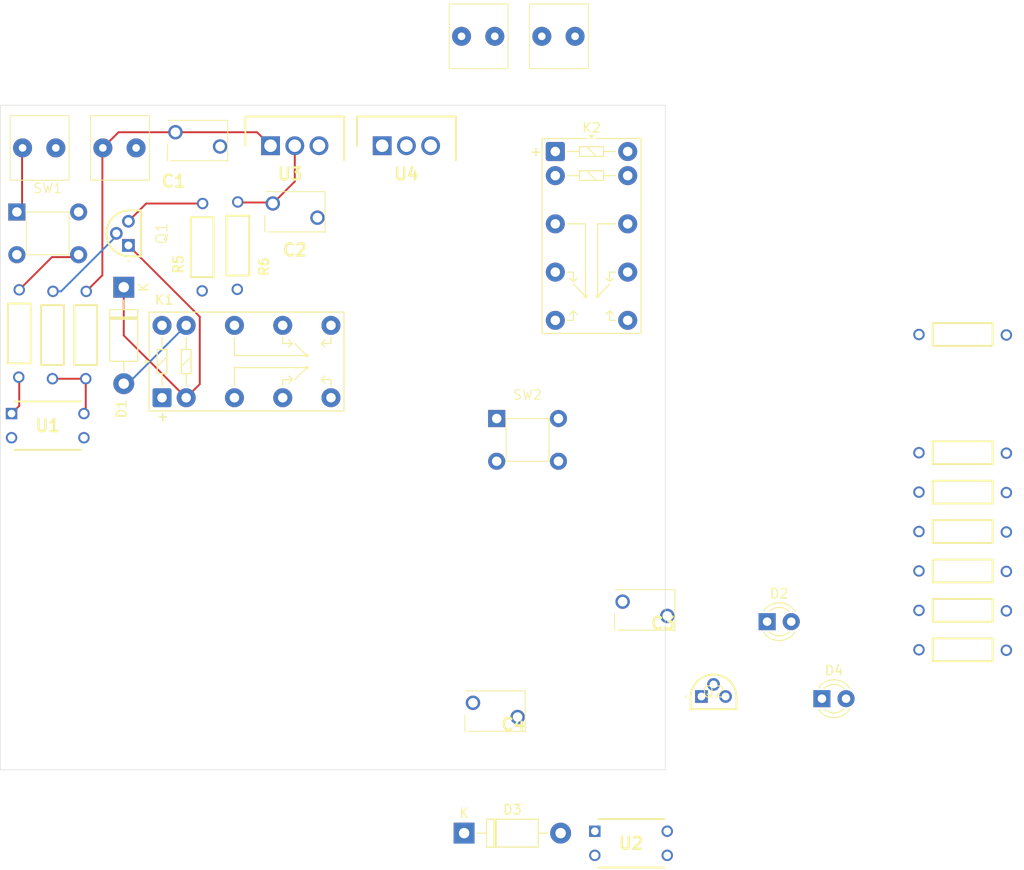
<source format=kicad_pcb>
(kicad_pcb (version 20241229) (generator "pcbnew") (generator_version "9.0")
  (layers (0 "F.Cu" signal) (2 "B.Cu" signal) (13 "F.Paste" user) (15 "B.Paste" user) (5 "F.SilkS" user "F.Silkscreen") (7 "B.SilkS" user "B.Silkscreen") (1 "F.Mask" user) (3 "B.Mask" user) (25 "Edge.Cuts" user))
  (net 0 "")
  (net 1 "Net-(D1-K)")
  (net 2 "GND")
  (net 3 "Net-(D2-K)")
  (net 4 "Net-(D3-K)")
  (net 5 "Net-(D4-K)")
  (net 15 "Net-(R1-Pad1)")
  (net 16 "3.3V")
  (net 17 "Net-(U2-Anode)")
  (net 18 "Net-(U2-Collector)")
  (net 20 "Net-(Q1-B)")
  (net 21 "Net-(R7-Pad1)")
  (net 22 "Net-(Q2-B)")
  (net 23 "Net-(Q2-A)")
  (net 24 "Net-(Q1-A)")
  (net 25 "Net-(U1-Anode)")
  (net 26 "12V")
  (net 27 "Net-(U1-Collector)")
  (net 32 "Net-(C2-Pad1)")
  (net 33 "Net-(C3-Pad1)")
  (net 34 "Net-(D1-A)")
  (net 35 "Net-(D3-A)")
  (net 36 "Net-(J3-Pad2)")
  (net 37 "Net-(J4-Pad2)")
  (footprint "My_lib2:R" (layer "F.Cu") (at 119.05 83.0075 90)
    (property "Reference" "R3" (hide yes))
    (property "Value" "~" (hide yes))
    (fp_line (start 11.95 -1.25) (end 11.95 1.15) (stroke (width 0.2)) (layer "F.SilkS"))
    (fp_line (start 5.65 -1.25) (end 11.95 -1.25) (stroke (width 0.2)) (layer "F.SilkS"))
    (fp_line (start 11.95 1.15) (end 5.65 1.15) (stroke (width 0.2)) (layer "F.SilkS"))
    (fp_line (start 5.65 1.15) (end 5.65 -1.25) (stroke (width 0.2)) (layer "F.SilkS"))
    (pad "1" thru_hole circle (at 4.2 -0.05 90) (size 1.2 1.2) (drill 0.8) (layers "*.Cu" "*.Mask") (net 27 "Net-(U1-Collector)"))
    (pad "2" thru_hole circle (at 13.4 0 90) (size 1.2 1.2) (drill 0.8) (layers "*.Cu" "*.Mask") (net 26 "12V"))
  )
  (footprint "My_lib2:R" (layer "F.Cu") (at 202.4925 90.8)
    (property "Reference" "R8" (hide yes))
    (property "Value" "~" (hide yes))
    (fp_line (start 5.65 -1.25) (end 11.95 -1.25) (stroke (width 0.2)) (layer "F.SilkS"))
    (fp_line (start 5.65 1.15) (end 5.65 -1.25) (stroke (width 0.2)) (layer "F.SilkS"))
    (fp_line (start 11.95 -1.25) (end 11.95 1.15) (stroke (width 0.2)) (layer "F.SilkS"))
    (fp_line (start 11.95 1.15) (end 5.65 1.15) (stroke (width 0.2)) (layer "F.SilkS"))
    (pad "1" thru_hole circle (at 4.2 -0.05) (size 1.2 1.2) (drill 0.8) (layers "*.Cu" "*.Mask") (net 18 "Net-(U2-Collector)"))
    (pad "2" thru_hole circle (at 13.4 0) (size 1.2 1.2) (drill 0.8) (layers "*.Cu" "*.Mask") (net 26 "12V"))
  )
  (footprint "My_lib2:TB-09A" (layer "F.Cu") (at 168.7 42.75)
    (property "Reference" "J4" (hide yes))
    (property "Value" "~")
    (fp_rect (start -3 -3.4) (end 3.2 3.4) (stroke (width 0.1)) (fill no) (layer "F.SilkS"))
    (pad "1" thru_hole circle (at -1.7 0) (size 2 2) (drill 0.8) (layers "*.Cu" "*.Mask") (net 2 "GND"))
    (pad "2" thru_hole circle (at 1.8 0) (size 2 2) (drill 0.8) (layers "*.Cu" "*.Mask") (net 37 "Net-(J4-Pad2)"))
  )
  (footprint "My_lib2:R" (layer "F.Cu") (at 202.4925 86.65)
    (property "Reference" "R7" (hide yes))
    (property "Value" "~" (hide yes))
    (fp_line (start 5.65 -1.25) (end 11.95 -1.25) (stroke (width 0.2)) (layer "F.SilkS"))
    (fp_line (start 5.65 1.15) (end 5.65 -1.25) (stroke (width 0.2)) (layer "F.SilkS"))
    (fp_line (start 11.95 -1.25) (end 11.95 1.15) (stroke (width 0.2)) (layer "F.SilkS"))
    (fp_line (start 11.95 1.15) (end 5.65 1.15) (stroke (width 0.2)) (layer "F.SilkS"))
    (pad "1" thru_hole circle (at 4.2 -0.05) (size 1.2 1.2) (drill 0.8) (layers "*.Cu" "*.Mask") (net 21 "Net-(R7-Pad1)"))
    (pad "2" thru_hole circle (at 13.4 0) (size 1.2 1.2) (drill 0.8) (layers "*.Cu" "*.Mask") (net 17 "Net-(U2-Anode)"))
  )
  (footprint "My_lib2:TO-220 - L7805ACV" (layer "F.Cu") (at 138.45 54.27)
    (property "Reference" "U3" (at 2.05 2.98 180) (layer "F.SilkS") (effects (font (size 1.27 1.27) (thickness 0.254))))
    (property "Value" "~" (hide yes))
    (fp_line (start -2.65 -3.07) (end -2.65 0) (stroke (width 0.2)) (layer "F.SilkS"))
    (fp_line (start 7.75 -3.07) (end -2.65 -3.07) (stroke (width 0.2)) (layer "F.SilkS"))
    (fp_line (start 7.75 1.53) (end 7.75 -3.07) (stroke (width 0.2)) (layer "F.SilkS"))
    (pad "1" thru_hole rect (at 0 0) (size 1.98 1.98) (drill 1.32) (layers "*.Cu" "*.Mask") (net 26 "12V"))
    (pad "2" thru_hole circle (at 2.55 0) (size 1.98 1.98) (drill 1.32) (layers "*.Cu" "*.Mask") (net 32 "Net-(C2-Pad1)"))
    (pad "3" thru_hole circle (at 5.1 0) (size 1.98 1.98) (drill 1.32) (layers "*.Cu" "*.Mask") (net 2 "GND"))
  )
  (footprint "Relay_THT:Relay_DPDT_Omron_G6AK" (layer "F.Cu") (at 168.42 54.88)
    (property "Reference" "K2" (at 3.81 -2.5 0) (layer "F.SilkS"))
    (property "Value" "HONGFA_HFD2-0xx-x-L2-x")
    (fp_line (start -1.4 -1.37) (end -1.4 19.15) (stroke (width 0.12)) (layer "F.SilkS"))
    (fp_line (start -1.4 19.15) (end 9.02 19.15) (stroke (width 0.12)) (layer "F.SilkS"))
    (fp_line (start 1.27 0) (end 2.54 0) (stroke (width 0.12)) (layer "F.SilkS"))
    (fp_line (start 1.27 2.54) (end 2.54 2.54) (stroke (width 0.12)) (layer "F.SilkS"))
    (fp_line (start 1.27 7.62) (end 3.175 7.62) (stroke (width 0.12)) (layer "F.SilkS"))
    (fp_line (start 1.27 12.7) (end 1.905 12.7) (stroke (width 0.12)) (layer "F.SilkS"))
    (fp_line (start 1.27 17.78) (end 1.905 17.78) (stroke (width 0.12)) (layer "F.SilkS"))
    (fp_line (start 1.905 12.7) (end 1.905 13.716) (stroke (width 0.12)) (layer "F.SilkS"))
    (fp_line (start 1.905 13.716) (end 1.524 13.335) (stroke (width 0.12)) (layer "F.SilkS"))
    (fp_line (start 1.905 13.716) (end 2.286 13.335) (stroke (width 0.12)) (layer "F.SilkS"))
    (fp_line (start 1.905 16.764) (end 1.524 17.145) (stroke (width 0.12)) (layer "F.SilkS"))
    (fp_line (start 1.905 16.764) (end 1.905 17.78) (stroke (width 0.12)) (layer "F.SilkS"))
    (fp_line (start 1.905 16.764) (end 2.286 17.145) (stroke (width 0.12)) (layer "F.SilkS"))
    (fp_line (start 2.54 -0.51) (end 5.08 -0.51) (stroke (width 0.12)) (layer "F.SilkS"))
    (fp_line (start 2.54 0) (end 2.54 -0.51) (stroke (width 0.12)) (layer "F.SilkS"))
    (fp_line (start 2.54 0.51) (end 2.54 0) (stroke (width 0.12)) (layer "F.SilkS"))
    (fp_line (start 2.54 2.03) (end 5.08 2.03) (stroke (width 0.12)) (layer "F.SilkS"))
    (fp_line (start 2.54 2.54) (end 2.54 2.03) (stroke (width 0.12)) (layer "F.SilkS"))
    (fp_line (start 2.54 3.05) (end 2.54 2.54) (stroke (width 0.12)) (layer "F.SilkS"))
    (fp_line (start 3.175 7.62) (end 3.175 15.24) (stroke (width 0.12)) (layer "F.SilkS"))
    (fp_line (start 3.175 15.24) (end 1.905 13.97) (stroke (width 0.12)) (layer "F.SilkS"))
    (fp_line (start 3.302 -1.37) (end -1.4 -1.37) (stroke (width 0.12)) (layer "F.SilkS"))
    (fp_line (start 3.304 -0.51) (end 4.314 0.51) (stroke (width 0.12)) (layer "F.SilkS"))
    (fp_line (start 3.304 2.03) (end 4.314 3.05) (stroke (width 0.12)) (layer "F.SilkS"))
    (fp_line (start 4.445 7.62) (end 4.445 15.24) (stroke (width 0.12)) (layer "F.SilkS"))
    (fp_line (start 4.445 15.24) (end 5.715 13.97) (stroke (width 0.12)) (layer "F.SilkS"))
    (fp_line (start 5.08 -0.51) (end 5.08 0) (stroke (width 0.12)) (layer "F.SilkS"))
    (fp_line (start 5.08 0) (end 5.08 0.51) (stroke (width 0.12)) (layer "F.SilkS"))
    (fp_line (start 5.08 0) (end 6.35 0) (stroke (width 0.12)) (layer "F.SilkS"))
    (fp_line (start 5.08 0.51) (end 2.54 0.51) (stroke (width 0.12)) (layer "F.SilkS"))
    (fp_line (start 5.08 2.03) (end 5.08 2.54) (stroke (width 0.12)) (layer "F.SilkS"))
    (fp_line (start 5.08 2.54) (end 5.08 3.05) (stroke (width 0.12)) (layer "F.SilkS"))
    (fp_line (start 5.08 2.54) (end 6.35 2.54) (stroke (width 0.12)) (layer "F.SilkS"))
    (fp_line (start 5.08 3.05) (end 2.54 3.05) (stroke (width 0.12)) (layer "F.SilkS"))
    (fp_line (start 5.715 12.7) (end 5.715 13.716) (stroke (width 0.12)) (layer "F.SilkS"))
    (fp_line (start 5.715 13.716) (end 5.334 13.335) (stroke (width 0.12)) (layer "F.SilkS"))
    (fp_line (start 5.715 13.716) (end 6.096 13.335) (stroke (width 0.12)) (layer "F.SilkS"))
    (fp_line (start 5.715 16.764) (end 5.334 17.145) (stroke (width 0.12)) (layer "F.SilkS"))
    (fp_line (start 5.715 16.764) (end 5.715 17.78) (stroke (width 0.12)) (layer "F.SilkS"))
    (fp_line (start 5.715 16.764) (end 6.096 17.145) (stroke (width 0.12)) (layer "F.SilkS"))
    (fp_line (start 6.35 7.62) (end 4.445 7.62) (stroke (width 0.12)) (layer "F.SilkS"))
    (fp_line (start 6.35 12.7) (end 5.715 12.7) (stroke (width 0.12)) (layer "F.SilkS"))
    (fp_line (start 6.35 17.78) (end 5.715 17.78) (stroke (width 0.12)) (layer "F.SilkS"))
    (fp_line (start 9.02 -1.37) (end 4.318 -1.37) (stroke (width 0.12)) (layer "F.SilkS"))
    (fp_line (start 9.02 19.15) (end 9.02 -1.37) (stroke (width 0.12)) (layer "F.SilkS"))
    (fp_circle (center 3.175 15.24) (end 3.305 15.24) (stroke (width 0.15)) (fill no) (layer "F.SilkS"))
    (fp_circle (center 4.445 15.24) (end 4.575 15.24) (stroke (width 0.15)) (fill no) (layer "F.SilkS"))
    (fp_poly (pts (xy 3.81 -1.37) (xy 3.61 -1.709411) (xy 4.01 -1.709411) (xy 3.81 -1.37)) (stroke (width 0.12)) (fill yes) (layer "F.SilkS"))
    (fp_text user "+" (at -2.032 0 0) (layer "F.SilkS"))
    (pad "11" thru_hole circle (at 0 7.62) (size 2 2) (drill 1) (layers "*.Cu" "*.Mask") (net 26 "12V"))
    (pad "12" thru_hole circle (at 0 12.7) (size 2 2) (drill 1) (layers "*.Cu" "*.Mask"))
    (pad "14" thru_hole circle (at 0 17.78) (size 2 2) (drill 1) (layers "*.Cu" "*.Mask") (net 37 "Net-(J4-Pad2)"))
    (pad "21" thru_hole circle (at 7.62 7.62) (size 2 2) (drill 1) (layers "*.Cu" "*.Mask"))
    (pad "22" thru_hole circle (at 7.62 12.7) (size 2 2) (drill 1) (layers "*.Cu" "*.Mask"))
    (pad "24" thru_hole circle (at 7.62 17.78) (size 2 2) (drill 1) (layers "*.Cu" "*.Mask"))
    (pad "A1" thru_hole roundrect (at 0 0) (size 2 2) (drill 1) (layers "*.Cu" "*.Mask") (roundrect_rratio 0.125))
    (pad "A2" thru_hole circle (at 7.62 0) (size 2 2) (drill 1) (layers "*.Cu" "*.Mask"))
    (pad "B1" thru_hole circle (at 0 2.54) (size 2 2) (drill 1) (layers "*.Cu" "*.Mask") (net 4 "Net-(D3-K)"))
    (pad "B2" thru_hole circle (at 7.62 2.54) (size 2 2) (drill 1) (layers "*.Cu" "*.Mask") (net 35 "Net-(D3-A)"))
  )
  (footprint "My_lib2:TB-09A" (layer "F.Cu") (at 114.05 54.5)
    (property "Reference" "J1" (hide yes))
    (property "Value" "~")
    (fp_rect (start -3 -3.4) (end 3.2 3.4) (stroke (width 0.1)) (fill no) (layer "F.SilkS"))
    (pad "1" thru_hole circle (at -1.7 0) (size 2 2) (drill 0.8) (layers "*.Cu" "*.Mask") (net 16 "3.3V"))
    (pad "2" thru_hole circle (at 1.8 0) (size 2 2) (drill 0.8) (layers "*.Cu" "*.Mask") (net 2 "GND"))
  )
  (footprint "My_lib2:R" (layer "F.Cu") (at 111.95 65.2425 -90)
    (property "Reference" "R1" (hide yes))
    (property "Value" "~" (hide yes))
    (fp_line (start 5.65 1.15) (end 5.65 -1.25) (stroke (width 0.2)) (layer "F.SilkS"))
    (fp_line (start 11.95 1.15) (end 5.65 1.15) (stroke (width 0.2)) (layer "F.SilkS"))
    (fp_line (start 5.65 -1.25) (end 11.95 -1.25) (stroke (width 0.2)) (layer "F.SilkS"))
    (fp_line (start 11.95 -1.25) (end 11.95 1.15) (stroke (width 0.2)) (layer "F.SilkS"))
    (pad "1" thru_hole circle (at 4.2 -0.05 270) (size 1.2 1.2) (drill 0.8) (layers "*.Cu" "*.Mask") (net 15 "Net-(R1-Pad1)"))
    (pad "2" thru_hole circle (at 13.4 0 270) (size 1.2 1.2) (drill 0.8) (layers "*.Cu" "*.Mask") (net 25 "Net-(U1-Anode)"))
  )
  (footprint "LED_THT:LED_D3.0mm_IRBlack" (layer "F.Cu") (at 190.71 104.39)
    (property "Reference" "D2" (at 1.27 -2.96 0) (layer "F.SilkS"))
    (property "Value" "IR204A")
    (fp_line (start -0.29 -1.236) (end -0.29 -1.08) (stroke (width 0.12)) (layer "F.SilkS"))
    (fp_line (start -0.29 1.08) (end -0.29 1.236) (stroke (width 0.12)) (layer "F.SilkS"))
    (fp_arc (start -0.29 -1.235516) (mid 1.365624 -1.987701) (end 2.941397 -1.080061) (stroke (width 0.12)) (layer "F.SilkS"))
    (fp_arc (start 0.229039 -1.08) (mid 1.269964 -1.5) (end 2.31091 -1.080049) (stroke (width 0.12)) (layer "F.SilkS"))
    (fp_arc (start 2.31091 1.080049) (mid 1.269964 1.5) (end 0.229039 1.08) (stroke (width 0.12)) (layer "F.SilkS"))
    (fp_arc (start 2.941397 1.080061) (mid 1.365624 1.987701) (end -0.29 1.235516) (stroke (width 0.12)) (layer "F.SilkS"))
    (pad "1" thru_hole rect (at 0 0) (size 1.8 1.8) (drill 0.9) (layers "*.Cu" "*.Mask") (net 3 "Net-(D2-K)"))
    (pad "2" thru_hole circle (at 2.54 0) (size 1.8 1.8) (drill 0.9) (layers "*.Cu" "*.Mask") (net 2 "GND"))
  )
  (footprint "My_lib2:DIP762W60P254L460H450Q4N" (layer "F.Cu") (at 176.39 127.73)
    (property "Reference" "U2" (at 0 0 0) (layer "F.SilkS") (effects (font (size 1.27 1.27) (thickness 0.254))))
    (property "Value" "~" (hide yes))
    (fp_line (start -3.5 2.55) (end 3.5 2.55) (stroke (width 0.2)) (layer "F.SilkS"))
    (fp_line (start -3.45 -2.55) (end 3.5 -2.55) (stroke (width 0.2)) (layer "F.SilkS"))
    (pad "1" thru_hole rect (at -3.81 -1.27) (size 1.2 1.2) (drill 0.8) (layers "*.Cu" "*.Mask") (net 17 "Net-(U2-Anode)"))
    (pad "2" thru_hole circle (at -3.81 1.27) (size 1.2 1.2) (drill 0.8) (layers "*.Cu" "*.Mask") (net 2 "GND"))
    (pad "3" thru_hole circle (at 3.81 1.27) (size 1.2 1.2) (drill 0.8) (layers "*.Cu" "*.Mask") (net 2 "GND"))
    (pad "4" thru_hole circle (at 3.81 -1.27) (size 1.2 1.2) (drill 0.8) (layers "*.Cu" "*.Mask") (net 18 "Net-(U2-Collector)"))
  )
  (footprint "My_lib2:R" (layer "F.Cu") (at 202.4925 99.1)
    (property "Reference" "R10" (hide yes))
    (property "Value" "~" (hide yes))
    (fp_line (start 5.65 -1.25) (end 11.95 -1.25) (stroke (width 0.2)) (layer "F.SilkS"))
    (fp_line (start 5.65 1.15) (end 5.65 -1.25) (stroke (width 0.2)) (layer "F.SilkS"))
    (fp_line (start 11.95 -1.25) (end 11.95 1.15) (stroke (width 0.2)) (layer "F.SilkS"))
    (fp_line (start 11.95 1.15) (end 5.65 1.15) (stroke (width 0.2)) (layer "F.SilkS"))
    (pad "1" thru_hole circle (at 4.2 -0.05) (size 1.2 1.2) (drill 0.8) (layers "*.Cu" "*.Mask") (net 33 "Net-(C3-Pad1)"))
    (pad "2" thru_hole circle (at 13.4 0) (size 1.2 1.2) (drill 0.8) (layers "*.Cu" "*.Mask") (net 23 "Net-(Q2-A)"))
  )
  (footprint "My_lib2:DIP762W60P254L460H450Q4N" (layer "F.Cu") (at 115 83.75)
    (property "Reference" "U1" (at 0 0 0) (layer "F.SilkS") (effects (font (size 1.27 1.27) (thickness 0.254))))
    (property "Value" "~" (hide yes))
    (fp_line (start -3.5 2.55) (end 3.5 2.55) (stroke (width 0.2)) (layer "F.SilkS"))
    (fp_line (start -3.45 -2.55) (end 3.5 -2.55) (stroke (width 0.2)) (layer "F.SilkS"))
    (pad "1" thru_hole rect (at -3.81 -1.27) (size 1.2 1.2) (drill 0.8) (layers "*.Cu" "*.Mask") (net 25 "Net-(U1-Anode)"))
    (pad "2" thru_hole circle (at -3.81 1.27) (size 1.2 1.2) (drill 0.8) (layers "*.Cu" "*.Mask") (net 2 "GND"))
    (pad "3" thru_hole circle (at 3.81 1.27) (size 1.2 1.2) (drill 0.8) (layers "*.Cu" "*.Mask") (net 2 "GND"))
    (pad "4" thru_hole circle (at 3.81 -1.27) (size 1.2 1.2) (drill 0.8) (layers "*.Cu" "*.Mask") (net 27 "Net-(U1-Collector)"))
  )
  (footprint "My_lib2:TB-09A" (layer "F.Cu") (at 122.5 54.5)
    (property "Reference" "J2" (hide yes))
    (property "Value" "~")
    (fp_rect (start -3 -3.4) (end 3.2 3.4) (stroke (width 0.1)) (fill no) (layer "F.SilkS"))
    (pad "1" thru_hole circle (at -1.7 0) (size 2 2) (drill 0.8) (layers "*.Cu" "*.Mask") (net 26 "12V"))
    (pad "2" thru_hole circle (at 1.8 0) (size 2 2) (drill 0.8) (layers "*.Cu" "*.Mask") (net 2 "GND"))
  )
  (footprint "My_lib2:564R60GAD10" (layer "F.Cu") (at 175.003 102.285)
    (property "Reference" "C3" (at 4.75 2.275 0) (layer "F.SilkS") (effects (font (size 1.27 1.27) (thickness 0.254))))
    (property "Value" "0.1uF" (hide yes))
    (fp_line (start -0.35 1.3) (end -0.35 3) (stroke (width 0.1)) (layer "F.SilkS"))
    (fp_line (start -0.25 -1.25) (end 6 -1.25) (stroke (width 0.1)) (layer "F.SilkS"))
    (fp_line (start 0 3) (end 6 3) (stroke (width 0.1)) (layer "F.SilkS"))
    (fp_line (start 6 -1.25) (end 6 3.1) (stroke (width 0.1)) (layer "F.SilkS"))
    (pad "1" thru_hole circle (at 0.5 0) (size 1.515 1.515) (drill 1.01) (layers "*.Cu" "*.Mask") (net 33 "Net-(C3-Pad1)"))
    (pad "2" thru_hole circle (at 5.2 1.5) (size 1.515 1.515) (drill 1.01) (layers "*.Cu" "*.Mask") (net 2 "GND"))
  )
  (footprint "Relay_THT:Relay_DPDT_Omron_G6AK" (layer "F.Cu") (at 127.029706 80.81 90)
    (property "Reference" "K1" (at 10.31 0.220294 180) (layer "F.SilkS"))
    (property "Value" "HONGFA_HFD2-0xx-x-L2-x")
    (fp_line (start 9.02 -1.37) (end 4.318 -1.37) (stroke (width 0.12)) (layer "F.SilkS"))
    (fp_line (start 3.302 -1.37) (end -1.4 -1.37) (stroke (width 0.12)) (layer "F.SilkS"))
    (fp_line (start -1.4 -1.37) (end -1.4 19.15) (stroke (width 0.12)) (layer "F.SilkS"))
    (fp_line (start 5.08 -0.51) (end 5.08 0) (stroke (width 0.12)) (layer "F.SilkS"))
    (fp_line (start 3.304 -0.51) (end 4.314 0.51) (stroke (width 0.12)) (layer "F.SilkS"))
    (fp_line (start 2.54 -0.51) (end 5.08 -0.51) (stroke (width 0.12)) (layer "F.SilkS"))
    (fp_line (start 5.08 0) (end 6.35 0) (stroke (width 0.12)) (layer "F.SilkS"))
    (fp_line (start 5.08 0) (end 5.08 0.51) (stroke (width 0.12)) (layer "F.SilkS"))
    (fp_line (start 2.54 0) (end 2.54 -0.51) (stroke (width 0.12)) (layer "F.SilkS"))
    (fp_line (start 1.27 0) (end 2.54 0) (stroke (width 0.12)) (layer "F.SilkS"))
    (fp_line (start 5.08 0.51) (end 2.54 0.51) (stroke (width 0.12)) (layer "F.SilkS"))
    (fp_line (start 2.54 0.51) (end 2.54 0) (stroke (width 0.12)) (layer "F.SilkS"))
    (fp_line (start 5.08 2.03) (end 5.08 2.54) (stroke (width 0.12)) (layer "F.SilkS"))
    (fp_line (start 3.304 2.03) (end 4.314 3.05) (stroke (width 0.12)) (layer "F.SilkS"))
    (fp_line (start 2.54 2.03) (end 5.08 2.03) (stroke (width 0.12)) (layer "F.SilkS"))
    (fp_line (start 5.08 2.54) (end 6.35 2.54) (stroke (width 0.12)) (layer "F.SilkS"))
    (fp_line (start 5.08 2.54) (end 5.08 3.05) (stroke (width 0.12)) (layer "F.SilkS"))
    (fp_line (start 2.54 2.54) (end 2.54 2.03) (stroke (width 0.12)) (layer "F.SilkS"))
    (fp_line (start 1.27 2.54) (end 2.54 2.54) (stroke (width 0.12)) (layer "F.SilkS"))
    (fp_line (start 5.08 3.05) (end 2.54 3.05) (stroke (width 0.12)) (layer "F.SilkS"))
    (fp_line (start 2.54 3.05) (end 2.54 2.54) (stroke (width 0.12)) (layer "F.SilkS"))
    (fp_line (start 6.35 7.62) (end 4.445 7.62) (stroke (width 0.12)) (layer "F.SilkS"))
    (fp_line (start 4.445 7.62) (end 4.445 15.24) (stroke (width 0.12)) (layer "F.SilkS"))
    (fp_line (start 3.175 7.62) (end 3.175 15.24) (stroke (width 0.12)) (layer "F.SilkS"))
    (fp_line (start 1.27 7.62) (end 3.175 7.62) (stroke (width 0.12)) (layer "F.SilkS"))
    (fp_line (start 6.35 12.7) (end 5.715 12.7) (stroke (width 0.12)) (layer "F.SilkS"))
    (fp_line (start 5.715 12.7) (end 5.715 13.716) (stroke (width 0.12)) (layer "F.SilkS"))
    (fp_line (start 1.905 12.7) (end 1.905 13.716) (stroke (width 0.12)) (layer "F.SilkS"))
    (fp_line (start 1.27 12.7) (end 1.905 12.7) (stroke (width 0.12)) (layer "F.SilkS"))
    (fp_line (start 5.715 13.716) (end 6.096 13.335) (stroke (width 0.12)) (layer "F.SilkS"))
    (fp_line (start 5.715 13.716) (end 5.334 13.335) (stroke (width 0.12)) (layer "F.SilkS"))
    (fp_line (start 1.905 13.716) (end 2.286 13.335) (stroke (width 0.12)) (layer "F.SilkS"))
    (fp_line (start 1.905 13.716) (end 1.524 13.335) (stroke (width 0.12)) (layer "F.SilkS"))
    (fp_line (start 4.445 15.24) (end 5.715 13.97) (stroke (width 0.12)) (layer "F.SilkS"))
    (fp_line (start 3.175 15.24) (end 1.905 13.97) (stroke (width 0.12)) (layer "F.SilkS"))
    (fp_line (start 5.715 16.764) (end 6.096 17.145) (stroke (width 0.12)) (layer "F.SilkS"))
    (fp_line (start 5.715 16.764) (end 5.334 17.145) (stroke (width 0.12)) (layer "F.SilkS"))
    (fp_line (start 5.715 16.764) (end 5.715 17.78) (stroke (width 0.12)) (layer "F.SilkS"))
    (fp_line (start 1.905 16.764) (end 2.286 17.145) (stroke (width 0.12)) (layer "F.SilkS"))
    (fp_line (start 1.905 16.764) (end 1.524 17.145) (stroke (width 0.12)) (layer "F.SilkS"))
    (fp_line (start 1.905 16.764) (end 1.905 17.78) (stroke (width 0.12)) (layer "F.SilkS"))
    (fp_line (start 6.35 17.78) (end 5.715 17.78) (stroke (width 0.12)) (layer "F.SilkS"))
    (fp_line (start 1.27 17.78) (end 1.905 17.78) (stroke (width 0.12)) (layer "F.SilkS"))
    (fp_line (start 9.02 19.15) (end 9.02 -1.37) (stroke (width 0.12)) (layer "F.SilkS"))
    (fp_line (start -1.4 19.15) (end 9.02 19.15) (stroke (width 0.12)) (layer "F.SilkS"))
    (fp_circle (center 4.445 15.24) (end 4.575 15.24) (stroke (width 0.15)) (fill no) (layer "F.SilkS"))
    (fp_circle (center 3.175 15.24) (end 3.305 15.24) (stroke (width 0.15)) (fill no) (layer "F.SilkS"))
    (fp_poly (pts (xy 3.81 -1.37) (xy 3.61 -1.709411) (xy 4.01 -1.709411) (xy 3.81 -1.37)) (stroke (width 0.12)) (fill yes) (layer "F.SilkS"))
    (fp_text user "+" (at -2.032 0 90) (layer "F.SilkS"))
    (pad "11" thru_hole circle (at 0 7.62 90) (size 2 2) (drill 1) (layers "*.Cu" "*.Mask") (net 26 "12V"))
    (pad "12" thru_hole circle (at 0 12.7 90) (size 2 2) (drill 1) (layers "*.Cu" "*.Mask"))
    (pad "14" thru_hole circle (at 0 17.78 90) (size 2 2) (drill 1) (layers "*.Cu" "*.Mask") (net 36 "Net-(J3-Pad2)"))
    (pad "21" thru_hole circle (at 7.62 7.62 90) (size 2 2) (drill 1) (layers "*.Cu" "*.Mask"))
    (pad "22" thru_hole circle (at 7.62 12.7 90) (size 2 2) (drill 1) (layers "*.Cu" "*.Mask"))
    (pad "24" thru_hole circle (at 7.62 17.78 90) (size 2 2) (drill 1) (layers "*.Cu" "*.Mask"))
    (pad "A1" thru_hole roundrect (at 0 0 90) (size 2 2) (drill 1) (layers "*.Cu" "*.Mask") (roundrect_rratio 0.125))
    (pad "A2" thru_hole circle (at 7.62 0 90) (size 2 2) (drill 1) (layers "*.Cu" "*.Mask"))
    (pad "B1" thru_hole circle (at 0 2.54 90) (size 2 2) (drill 1) (layers "*.Cu" "*.Mask") (net 1 "Net-(D1-K)"))
    (pad "B2" thru_hole circle (at 7.62 2.54 90) (size 2 2) (drill 1) (layers "*.Cu" "*.Mask") (net 34 "Net-(D1-A)"))
  )
  (footprint "My_lib2:R" (layer "F.Cu") (at 131.3 73.7575 90)
    (property "Reference" "R5" (at 7.0075 -2.55 90) (layer "F.SilkS") (effects (font (thickness 0.2) (bold yes))))
    (property "Value" "~" (hide yes))
    (fp_line (start 11.95 -1.25) (end 11.95 1.15) (stroke (width 0.2)) (layer "F.SilkS"))
    (fp_line (start 5.65 -1.25) (end 11.95 -1.25) (stroke (width 0.2)) (layer "F.SilkS"))
    (fp_line (start 11.95 1.15) (end 5.65 1.15) (stroke (width 0.2)) (layer "F.SilkS"))
    (fp_line (start 5.65 1.15) (end 5.65 -1.25) (stroke (width 0.2)) (layer "F.SilkS"))
    (pad "1" thru_hole circle (at 4.2 -0.05 90) (size 1.2 1.2) (drill 0.8) (layers "*.Cu" "*.Mask") (net 32 "Net-(C2-Pad1)"))
    (pad "2" thru_hole circle (at 13.4 0 90) (size 1.2 1.2) (drill 0.8) (layers "*.Cu" "*.Mask") (net 24 "Net-(Q1-A)"))
  )
  (footprint "LED_THT:LED_D3.0mm_IRBlack" (layer "F.Cu") (at 196.48 112.5)
    (property "Reference" "D4" (at 1.27 -2.96 0) (layer "F.SilkS"))
    (property "Value" "IR204A")
    (fp_line (start -0.29 -1.236) (end -0.29 -1.08) (stroke (width 0.12)) (layer "F.SilkS"))
    (fp_line (start -0.29 1.08) (end -0.29 1.236) (stroke (width 0.12)) (layer "F.SilkS"))
    (fp_arc (start -0.29 -1.235516) (mid 1.365624 -1.987701) (end 2.941397 -1.080061) (stroke (width 0.12)) (layer "F.SilkS"))
    (fp_arc (start 0.229039 -1.08) (mid 1.269964 -1.5) (end 2.31091 -1.080049) (stroke (width 0.12)) (layer "F.SilkS"))
    (fp_arc (start 2.31091 1.080049) (mid 1.269964 1.5) (end 0.229039 1.08) (stroke (width 0.12)) (layer "F.SilkS"))
    (fp_arc (start 2.941397 1.080061) (mid 1.365624 1.987701) (end -0.29 1.235516) (stroke (width 0.12)) (layer "F.SilkS"))
    (pad "1" thru_hole rect (at 0 0) (size 1.8 1.8) (drill 0.9) (layers "*.Cu" "*.Mask") (net 5 "Net-(D4-K)"))
    (pad "2" thru_hole circle (at 2.54 0) (size 1.8 1.8) (drill 0.9) (layers "*.Cu" "*.Mask") (net 2 "GND"))
  )
  (footprint "My_lib2:BC32725PBFREE" (layer "F.Cu") (at 123.49 64.77 90)
    (property "Reference" "Q1" (at 1.27 3.51 90) (layer "F.SilkS") (effects (font (size 1.1684 1.1684) (thickness 0.1016))))
    (property "Value" "~")
    (fp_line (start -1.6 0) (end -1.6 0) (stroke (width 0.1)) (layer "F.SilkS"))
    (fp_line (start -1.7 0) (end -1.7 0) (stroke (width 0.1)) (layer "F.SilkS"))
    (fp_line (start 3.685 0.1) (end 3.685 0.1) (stroke (width 0.2)) (layer "F.SilkS"))
    (fp_line (start -1.145 0.1) (end -1.145 1.335) (stroke (width 0.2)) (layer "F.SilkS"))
    (fp_line (start 3.685 1.335) (end 3.685 0.1) (stroke (width 0.2)) (layer "F.SilkS"))
    (fp_line (start 1.27 1.335) (end 3.685 1.335) (stroke (width 0.2)) (layer "F.SilkS"))
    (fp_line (start -1.145 1.335) (end 1.27 1.335) (stroke (width 0.2)) (layer "F.SilkS"))
    (fp_arc (start -1.6 0) (mid -1.65 0.05) (end -1.7 0) (stroke (width 0.1)) (layer "F.SilkS"))
    (fp_arc (start -1.7 0) (mid -1.65 -0.05) (end -1.6 0) (stroke (width 0.1)) (layer "F.SilkS"))
    (fp_arc (start -1.145 0.1) (mid 1.27 -2.315) (end 3.685 0.1) (stroke (width 0.2)) (layer "F.SilkS"))
    (pad "1" thru_hole rect (at 0 0 90) (size 1.333 1.333) (drill 0.82) (layers "*.Cu" "*.Mask") (net 1 "Net-(D1-K)"))
    (pad "2" thru_hole circle (at 1.27 -1.27 90) (size 1.333 1.333) (drill 0.82) (layers "*.Cu" "*.Mask") (net 20 "Net-(Q1-B)"))
    (pad "3" thru_hole circle (at 2.54 0 90) (size 1.333 1.333) (drill 0.82) (layers "*.Cu" "*.Mask") (net 24 "Net-(Q1-A)"))
  )
  (footprint "My_lib2:R" (layer "F.Cu") (at 202.4925 107.4)
    (property "Reference" "R12" (hide yes))
    (property "Value" "~" (hide yes))
    (fp_line (start 5.65 -1.25) (end 11.95 -1.25) (stroke (width 0.2)) (layer "F.SilkS"))
    (fp_line (start 5.65 1.15) (end 5.65 -1.25) (stroke (width 0.2)) (layer "F.SilkS"))
    (fp_line (start 11.95 -1.25) (end 11.95 1.15) (stroke (width 0.2)) (layer "F.SilkS"))
    (fp_line (start 11.95 1.15) (end 5.65 1.15) (stroke (width 0.2)) (layer "F.SilkS"))
    (pad "1" thru_hole circle (at 4.2 -0.05) (size 1.2 1.2) (drill 0.8) (layers "*.Cu" "*.Mask") (net 5 "Net-(D4-K)"))
    (pad "2" thru_hole circle (at 13.4 0) (size 1.2 1.2) (drill 0.8) (layers "*.Cu" "*.Mask") (net 35 "Net-(D3-A)"))
  )
  (footprint "My_lib2:564R60GAD10" (layer "F.Cu") (at 127.9375 52.85)
    (property "Reference" "C1" (at 0.3125 5.15 0) (layer "F.SilkS") (effects (font (size 1.27 1.27) (thickness 0.254))))
    (property "Value" "0.33uF" (hide yes))
    (fp_line (start -0.35 1.3) (end -0.35 3) (stroke (width 0.1)) (layer "F.SilkS"))
    (fp_line (start -0.25 -1.25) (end 6 -1.25) (stroke (width 0.1)) (layer "F.SilkS"))
    (fp_line (start 0 3) (end 6 3) (stroke (width 0.1)) (layer "F.SilkS"))
    (fp_line (start 6 -1.25) (end 6 3.1) (stroke (width 0.1)) (layer "F.SilkS"))
    (pad "1" thru_hole circle (at 0.5 0) (size 1.515 1.515) (drill 1.01) (layers "*.Cu" "*.Mask") (net 26 "12V"))
    (pad "2" thru_hole circle (at 5.2 1.5) (size 1.515 1.515) (drill 1.01) (layers "*.Cu" "*.Mask") (net 2 "GND"))
  )
  (footprint "My_lib2:0650HIM-130G-G" (layer "F.Cu") (at 165.5 85.25)
    (property "Reference" "SW2" (at 0 -4.75 0) (layer "F.SilkS") (effects (font (thickness 0.1))))
    (property "Value" "SW_Push" (hide yes))
    (fp_rect (start -2.25 -2.25) (end 2.25 2.25) (stroke (width 0.1)) (fill no) (layer "F.SilkS"))
    (pad "1" thru_hole rect (at -3.25 -2.25) (size 1.8 1.8) (drill 1) (layers "*.Cu" "*.Mask") (net 16 "3.3V"))
    (pad "2" thru_hole circle (at 3.25 -2.25) (size 1.8 1.8) (drill 1) (layers "*.Cu" "*.Mask"))
    (pad "3" thru_hole circle (at -3.25 2.25) (size 1.8 1.8) (drill 1) (layers "*.Cu" "*.Mask"))
    (pad "4" thru_hole circle (at 3.25 2.25) (size 1.8 1.8) (drill 1) (layers "*.Cu" "*.Mask") (net 21 "Net-(R7-Pad1)"))
  )
  (footprint "Diode_THT:D_DO-41_SOD81_P10.16mm_Horizontal" (layer "F.Cu") (at 158.82 126.66)
    (property "Reference" "D3" (at 5.08 -2.47 0) (layer "F.SilkS"))
    (property "Value" "1N4007")
    (fp_line (start 1.34 0) (end 2.36 0) (stroke (width 0.12)) (layer "F.SilkS"))
    (fp_line (start 2.36 -1.47) (end 2.36 1.47) (stroke (width 0.12)) (layer "F.SilkS"))
    (fp_line (start 2.36 1.47) (end 7.8 1.47) (stroke (width 0.12)) (layer "F.SilkS"))
    (fp_line (start 3.14 -1.47) (end 3.14 1.47) (stroke (width 0.12)) (layer "F.SilkS"))
    (fp_line (start 3.26 -1.47) (end 3.26 1.47) (stroke (width 0.12)) (layer "F.SilkS"))
    (fp_line (start 3.38 -1.47) (end 3.38 1.47) (stroke (width 0.12)) (layer "F.SilkS"))
    (fp_line (start 7.8 -1.47) (end 2.36 -1.47) (stroke (width 0.12)) (layer "F.SilkS"))
    (fp_line (start 7.8 1.47) (end 7.8 -1.47) (stroke (width 0.12)) (layer "F.SilkS"))
    (fp_line (start 8.82 0) (end 7.8 0) (stroke (width 0.12)) (layer "F.SilkS"))
    (fp_text user "K" (at 0 -2.1 0) (layer "F.SilkS"))
    (pad "1" thru_hole rect (at 0 0) (size 2.2 2.2) (drill 1.1) (layers "*.Cu" "*.Mask") (net 4 "Net-(D3-K)"))
    (pad "2" thru_hole oval (at 10.16 0) (size 2.2 2.2) (drill 1.1) (layers "*.Cu" "*.Mask") (net 35 "Net-(D3-A)"))
  )
  (footprint "My_lib2:564R60GAD10" (layer "F.Cu") (at 138.1875 60.35)
    (property "Reference" "C2" (at 2.8125 4.9 0) (layer "F.SilkS") (effects (font (size 1.27 1.27) (thickness 0.254))))
    (property "Value" "0.1uF" (hide yes))
    (fp_line (start -0.35 1.3) (end -0.35 3) (stroke (width 0.1)) (layer "F.SilkS"))
    (fp_line (start -0.25 -1.25) (end 6 -1.25) (stroke (width 0.1)) (layer "F.SilkS"))
    (fp_line (start 0 3) (end 6 3) (stroke (width 0.1)) (layer "F.SilkS"))
    (fp_line (start 6 -1.25) (end 6 3.1) (stroke (width 0.1)) (layer "F.SilkS"))
    (pad "1" thru_hole circle (at 0.5 0) (size 1.515 1.515) (drill 1.01) (layers "*.Cu" "*.Mask") (net 32 "Net-(C2-Pad1)"))
    (pad "2" thru_hole circle (at 5.2 1.5) (size 1.515 1.515) (drill 1.01) (layers "*.Cu" "*.Mask") (net 2 "GND"))
  )
  (footprint "My_lib2:BC32725PBFREE" (layer "F.Cu") (at 183.8 112.27)
    (property "Reference" "Q2" (at 1.27 -0.49 0) (layer "F.SilkS") (effects (font (size 1.1684 1.1684) (thickness 0.1016))))
    (property "Value" "~")
    (fp_line (start -1.7 0) (end -1.7 0) (stroke (width 0.1)) (layer "F.SilkS"))
    (fp_line (start -1.6 0) (end -1.6 0) (stroke (width 0.1)) (layer "F.SilkS"))
    (fp_line (start -1.145 0.1) (end -1.145 1.335) (stroke (width 0.2)) (layer "F.SilkS"))
    (fp_line (start -1.145 1.335) (end 1.27 1.335) (stroke (width 0.2)) (layer "F.SilkS"))
    (fp_line (start 1.27 1.335) (end 3.685 1.335) (stroke (width 0.2)) (layer "F.SilkS"))
    (fp_line (start 3.685 0.1) (end 3.685 0.1) (stroke (width 0.2)) (layer "F.SilkS"))
    (fp_line (start 3.685 1.335) (end 3.685 0.1) (stroke (width 0.2)) (layer "F.SilkS"))
    (fp_arc (start -1.7 0) (mid -1.65 -0.05) (end -1.6 0) (stroke (width 0.1)) (layer "F.SilkS"))
    (fp_arc (start -1.6 0) (mid -1.65 0.05) (end -1.7 0) (stroke (width 0.1)) (layer "F.SilkS"))
    (fp_arc (start -1.145 0.1) (mid 1.27 -2.315) (end 3.685 0.1) (stroke (width 0.2)) (layer "F.SilkS"))
    (pad "1" thru_hole rect (at 0 0) (size 1.333 1.333) (drill 0.82) (layers "*.Cu" "*.Mask") (net 4 "Net-(D3-K)"))
    (pad "2" thru_hole circle (at 1.27 -1.27) (size 1.333 1.333) (drill 0.82) (layers "*.Cu" "*.Mask") (net 22 "Net-(Q2-B)"))
    (pad "3" thru_hole circle (at 2.54 0) (size 1.333 1.333) (drill 0.82) (layers "*.Cu" "*.Mask") (net 23 "Net-(Q2-A)"))
  )
  (footprint "My_lib2:TO-220 - L7805ACV" (layer "F.Cu") (at 150.2 54.27)
    (property "Reference" "U4" (at 2.55 2.98 0) (layer "F.SilkS") (effects (font (size 1.27 1.27) (thickness 0.254))))
    (property "Value" "~" (hide yes))
    (fp_line (start -2.65 -3.07) (end -2.65 0) (stroke (width 0.2)) (layer "F.SilkS"))
    (fp_line (start 7.75 -3.07) (end -2.65 -3.07) (stroke (width 0.2)) (layer "F.SilkS"))
    (fp_line (start 7.75 1.53) (end 7.75 -3.07) (stroke (width 0.2)) (layer "F.SilkS"))
    (pad "1" thru_hole rect (at 0 0) (size 1.98 1.98) (drill 1.32) (layers "*.Cu" "*.Mask") (net 26 "12V"))
    (pad "2" thru_hole circle (at 2.55 0) (size 1.98 1.98) (drill 1.32) (layers "*.Cu" "*.Mask") (net 33 "Net-(C3-Pad1)"))
    (pad "3" thru_hole circle (at 5.1 0) (size 1.98 1.98) (drill 1.32) (layers "*.Cu" "*.Mask") (net 2 "GND"))
  )
  (footprint "My_lib2:R" (layer "F.Cu") (at 115.55 83.0075 90)
    (property "Reference" "R2" (hide yes))
    (property "Value" "~" (hide yes))
    (fp_line (start 11.95 -1.25) (end 11.95 1.15) (stroke (width 0.2)) (layer "F.SilkS"))
    (fp_line (start 5.65 -1.25) (end 11.95 -1.25) (stroke (width 0.2)) (layer "F.SilkS"))
    (fp_line (start 11.95 1.15) (end 5.65 1.15) (stroke (width 0.2)) (layer "F.SilkS"))
    (fp_line (start 5.65 1.15) (end 5.65 -1.25) (stroke (width 0.2)) (layer "F.SilkS"))
    (pad "1" thru_hole circle (at 4.2 -0.05 90) (size 1.2 1.2) (drill 0.8) (layers "*.Cu" "*.Mask") (net 27 "Net-(U1-Collector)"))
    (pad "2" thru_hole circle (at 13.4 0 90) (size 1.2 1.2) (drill 0.8) (layers "*.Cu" "*.Mask") (net 20 "Net-(Q1-B)"))
  )
  (footprint "My_lib2:564R60GAD10" (layer "F.Cu") (at 159.253 112.935)
    (property "Reference" "C4" (at 4.75 2.275 0) (layer "F.SilkS") (effects (font (size 1.27 1.27) (thickness 0.254))))
    (property "Value" "0.33uF" (hide yes))
    (fp_line (start -0.35 1.3) (end -0.35 3) (stroke (width 0.1)) (layer "F.SilkS"))
    (fp_line (start -0.25 -1.25) (end 6 -1.25) (stroke (width 0.1)) (layer "F.SilkS"))
    (fp_line (start 0 3) (end 6 3) (stroke (width 0.1)) (layer "F.SilkS"))
    (fp_line (start 6 -1.25) (end 6 3.1) (stroke (width 0.1)) (layer "F.SilkS"))
    (pad "1" thru_hole circle (at 0.5 0) (size 1.515 1.515) (drill 1.01) (layers "*.Cu" "*.Mask") (net 26 "12V"))
    (pad "2" thru_hole circle (at 5.2 1.5) (size 1.515 1.515) (drill 1.01) (layers "*.Cu" "*.Mask") (net 2 "GND"))
  )
  (footprint "My_lib2:TB-09A" (layer "F.Cu") (at 160.25 42.75)
    (property "Reference" "J3" (hide yes))
    (property "Value" "~")
    (fp_rect (start -3 -3.4) (end 3.2 3.4) (stroke (width 0.1)) (fill no) (layer "F.SilkS"))
    (pad "1" thru_hole circle (at -1.7 0) (size 2 2) (drill 0.8) (layers "*.Cu" "*.Mask") (net 2 "GND"))
    (pad "2" thru_hole circle (at 1.8 0) (size 2 2) (drill 0.8) (layers "*.Cu" "*.Mask") (net 36 "Net-(J3-Pad2)"))
  )
  (footprint "Diode_THT:D_DO-41_SOD81_P10.16mm_Horizontal" (layer "F.Cu") (at 123 69.17 -90)
    (property "Reference" "D1" (at 12.83 0.25 90) (layer "F.SilkS"))
    (property "Value" "1N4007")
    (fp_line (start 2.36 1.47) (end 7.8 1.47) (stroke (width 0.12)) (layer "F.SilkS"))
    (fp_line (start 7.8 1.47) (end 7.8 -1.47) (stroke (width 0.12)) (layer "F.SilkS"))
    (fp_line (start 1.34 0) (end 2.36 0) (stroke (width 0.12)) (layer "F.SilkS"))
    (fp_line (start 8.82 0) (end 7.8 0) (stroke (width 0.12)) (layer "F.SilkS"))
    (fp_line (start 2.36 -1.47) (end 2.36 1.47) (stroke (width 0.12)) (layer "F.SilkS"))
    (fp_line (start 3.14 -1.47) (end 3.14 1.47) (stroke (width 0.12)) (layer "F.SilkS"))
    (fp_line (start 3.26 -1.47) (end 3.26 1.47) (stroke (width 0.12)) (layer "F.SilkS"))
    (fp_line (start 3.38 -1.47) (end 3.38 1.47) (stroke (width 0.12)) (layer "F.SilkS"))
    (fp_line (start 7.8 -1.47) (end 2.36 -1.47) (stroke (width 0.12)) (layer "F.SilkS"))
    (fp_text user "K" (at 0 -2.1 270) (layer "F.SilkS"))
    (pad "1" thru_hole rect (at 0 0 270) (size 2.2 2.2) (drill 1.1) (layers "*.Cu" "*.Mask") (net 1 "Net-(D1-K)"))
    (pad "2" thru_hole oval (at 10.16 0 270) (size 2.2 2.2) (drill 1.1) (layers "*.Cu" "*.Mask") (net 34 "Net-(D1-A)"))
  )
  (footprint "My_lib2:R" (layer "F.Cu") (at 202.4925 94.95)
    (property "Reference" "R9" (hide yes))
    (property "Value" "~" (hide yes))
    (fp_line (start 5.65 -1.25) (end 11.95 -1.25) (stroke (width 0.2)) (layer "F.SilkS"))
    (fp_line (start 5.65 1.15) (end 5.65 -1.25) (stroke (width 0.2)) (layer "F.SilkS"))
    (fp_line (start 11.95 -1.25) (end 11.95 1.15) (stroke (width 0.2)) (layer "F.SilkS"))
    (fp_line (start 11.95 1.15) (end 5.65 1.15) (stroke (width 0.2)) (layer "F.SilkS"))
    (pad "1" thru_hole circle (at 4.2 -0.05) (size 1.2 1.2) (drill 0.8) (layers "*.Cu" "*.Mask") (net 18 "Net-(U2-Collector)"))
    (pad "2" thru_hole circle (at 13.4 0) (size 1.2 1.2) (drill 0.8) (layers "*.Cu" "*.Mask") (net 22 "Net-(Q2-B)"))
  )
  (footprint "My_lib2:0650HIM-130G-G" (layer "F.Cu") (at 115 63.5)
    (property "Reference" "SW1" (at 0 -4.75 0) (layer "F.SilkS") (effects (font (thickness 0.1))))
    (property "Value" "SW_Push" (hide yes))
    (fp_rect (start -2.25 -2.25) (end 2.25 2.25) (stroke (width 0.1)) (fill no) (layer "F.SilkS"))
    (pad "1" thru_hole rect (at -3.25 -2.25) (size 1.8 1.8) (drill 1) (layers "*.Cu" "*.Mask") (net 16 "3.3V"))
    (pad "2" thru_hole circle (at 3.25 -2.25) (size 1.8 1.8) (drill 1) (layers "*.Cu" "*.Mask"))
    (pad "3" thru_hole circle (at -3.25 2.25) (size 1.8 1.8) (drill 1) (layers "*.Cu" "*.Mask"))
    (pad "4" thru_hole circle (at 3.25 2.25) (size 1.8 1.8) (drill 1) (layers "*.Cu" "*.Mask") (net 15 "Net-(R1-Pad1)"))
  )
  (footprint "My_lib2:R" (layer "F.Cu") (at 202.4925 74.2)
    (property "Reference" "R4" (hide yes))
    (property "Value" "~" (hide yes))
    (fp_line (start 5.65 -1.25) (end 11.95 -1.25) (stroke (width 0.2)) (layer "F.SilkS"))
    (fp_line (start 5.65 1.15) (end 5.65 -1.25) (stroke (width 0.2)) (layer "F.SilkS"))
    (fp_line (start 11.95 -1.25) (end 11.95 1.15) (stroke (width 0.2)) (layer "F.SilkS"))
    (fp_line (start 11.95 1.15) (end 5.65 1.15) (stroke (width 0.2)) (layer "F.SilkS"))
    (pad "1" thru_hole circle (at 4.2 -0.05) (size 1.2 1.2) (drill 0.8) (layers "*.Cu" "*.Mask") (net 3 "Net-(D2-K)"))
    (pad "2" thru_hole circle (at 13.4 0) (size 1.2 1.2) (drill 0.8) (layers "*.Cu" "*.Mask") (net 34 "Net-(D1-A)"))
  )
  (footprint "My_lib2:R" (layer "F.Cu") (at 134.95 55.9925 -90)
    (property "Reference" "R6" (at 11.0075 -2.8 90) (layer "F.SilkS") (effects (font (thickness 0.2) (bold yes))))
    (property "Value" "~" (hide yes))
    (fp_line (start 5.65 1.15) (end 5.65 -1.25) (stroke (width 0.2)) (layer "F.SilkS"))
    (fp_line (start 11.95 1.15) (end 5.65 1.15) (stroke (width 0.2)) (layer "F.SilkS"))
    (fp_line (start 5.65 -1.25) (end 11.95 -1.25) (stroke (width 0.2)) (layer "F.SilkS"))
    (fp_line (start 11.95 -1.25) (end 11.95 1.15) (stroke (width 0.2)) (layer "F.SilkS"))
    (pad "1" thru_hole circle (at 4.2 -0.05 270) (size 1.2 1.2) (drill 0.8) (layers "*.Cu" "*.Mask") (net 32 "Net-(C2-Pad1)"))
    (pad "2" thru_hole circle (at 13.4 0 270) (size 1.2 1.2) (drill 0.8) (layers "*.Cu" "*.Mask") (net 2 "GND"))
  )
  (footprint "My_lib2:R" (layer "F.Cu") (at 202.4925 103.25)
    (property "Reference" "R11" (hide yes))
    (property "Value" "~" (hide yes))
    (fp_line (start 5.65 -1.25) (end 11.95 -1.25) (stroke (width 0.2)) (layer "F.SilkS"))
    (fp_line (start 5.65 1.15) (end 5.65 -1.25) (stroke (width 0.2)) (layer "F.SilkS"))
    (fp_line (start 11.95 -1.25) (end 11.95 1.15) (stroke (width 0.2)) (layer "F.SilkS"))
    (fp_line (start 11.95 1.15) (end 5.65 1.15) (stroke (width 0.2)) (layer "F.SilkS"))
    (pad "1" thru_hole circle (at 4.2 -0.05) (size 1.2 1.2) (drill 0.8) (layers "*.Cu" "*.Mask") (net 33 "Net-(C3-Pad1)"))
    (pad "2" thru_hole circle (at 13.4 0) (size 1.2 1.2) (drill 0.8) (layers "*.Cu" "*.Mask") (net 2 "GND"))
  )
  (gr_rect (start 110 50) (end 180 120) (stroke (width 0.05)) (fill no) (layer "Edge.Cuts"))
  (segment (start 131 72.28) (end 131 79.379706) (width 0.2) (layer "F.Cu") (net 1))
  (segment (start 123 74.25) (end 123 69.17) (width 0.2) (layer "F.Cu") (net 1))
  (segment (start 123.49 64.77) (end 131 72.28) (width 0.2) (layer "F.Cu") (net 1))
  (segment (start 129.56 80.81) (end 123 74.25) (width 0.2) (layer "F.Cu") (net 1))
  (segment (start 131 79.379706) (end 129.569706 80.81) (width 0.2) (layer "F.Cu") (net 1))
  (segment (start 129.569706 80.81) (end 129.56 80.81) (width 0.2) (layer "F.Cu") (net 1))
  (segment (start 115.4425 66) (end 112 69.4425) (width 0.2) (layer "F.Cu") (net 15))
  (segment (start 118.25 66) (end 115.4425 66) (width 0.2) (layer "F.Cu") (net 15))
  (segment (start 112.3 54) (end 112.3 60.95) (width 0.2) (layer "F.Cu") (net 16))
  (segment (start 112.3 60.95) (end 111.75 61.5) (width 0.2) (layer "F.Cu") (net 16))
  (segment (start 122.22 63.786028) (end 122.22 63.5) (width 0.2) (layer "B.Cu") (net 20))
  (segment (start 115.55 69.6075) (end 116.398528 69.6075) (width 0.2) (layer "B.Cu") (net 20))
  (segment (start 116.398528 69.6075) (end 122.22 63.786028) (width 0.2) (layer "B.Cu") (net 20))
  (segment (start 131.3 60.3575) (end 125.3625 60.3575) (width 0.2) (layer "F.Cu") (net 24))
  (segment (start 125.3625 60.3575) (end 123.49 62.23) (width 0.2) (layer "F.Cu") (net 24))
  (segment (start 112 81.67) (end 112 78.6925) (width 0.2) (layer "F.Cu") (net 25))
  (segment (start 112 78.6925) (end 111.95 78.6425) (width 0.2) (layer "F.Cu") (net 25))
  (segment (start 111.19 82.48) (end 112 81.67) (width 0.2) (layer "F.Cu") (net 25))
  (segment (start 120.75 54) (end 120.75 67.9075) (width 0.2) (layer "F.Cu") (net 26))
  (segment (start 128.4375 52.85) (end 137.03 52.85) (width 0.2) (layer "F.Cu") (net 26))
  (segment (start 120.8 54.5) (end 122.45 52.85) (width 0.2) (layer "F.Cu") (net 26))
  (segment (start 122.45 52.85) (end 128.4375 52.85) (width 0.2) (layer "F.Cu") (net 26))
  (segment (start 120.75 67.9075) (end 119.05 69.6075) (width 0.2) (layer "F.Cu") (net 26))
  (segment (start 137.03 52.85) (end 138.45 54.27) (width 0.2) (layer "F.Cu") (net 26))
  (segment (start 119 78.8075) (end 119 82.29) (width 0.2) (layer "F.Cu") (net 27))
  (segment (start 119 82.29) (end 118.81 82.48) (width 0.2) (layer "F.Cu") (net 27))
  (segment (start 115.5 78.8075) (end 119 78.8075) (width 0.2) (layer "F.Cu") (net 27))
  (segment (start 141 54.27) (end 141 58.0375) (width 0.2) (layer "F.Cu") (net 32))
  (segment (start 141 58.0375) (end 138.6875 60.35) (width 0.2) (layer "F.Cu") (net 32))
  (segment (start 135.3075 60.25) (end 138.5875 60.25) (width 0.2) (layer "F.Cu") (net 32))
  (segment (start 135 59.9425) (end 135.3075 60.25) (width 0.2) (layer "F.Cu") (net 32))
  (segment (start 138.5875 60.25) (end 138.6875 60.35) (width 0.2) (layer "F.Cu") (net 32))
  (segment (start 123.429706 79.33) (end 123 79.33) (width 0.2) (layer "B.Cu") (net 34))
  (segment (start 129.569706 73.19) (end 123.429706 79.33) (width 0.2) (layer "B.Cu") (net 34))
)
</source>
